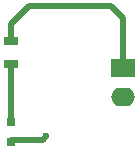
<source format=gtl>
G04*
G04 #@! TF.GenerationSoftware,Altium Limited,Altium Designer,21.5.1 (32)*
G04*
G04 Layer_Physical_Order=1*
G04 Layer_Color=255*
%FSLAX25Y25*%
%MOIN*%
G70*
G04*
G04 #@! TF.SameCoordinates,7F1FC79F-1769-4250-B25E-F515DFE62234*
G04*
G04*
G04 #@! TF.FilePolarity,Positive*
G04*
G01*
G75*
%ADD13R,0.03150X0.03150*%
%ADD14R,0.05118X0.02756*%
%ADD19C,0.01968*%
%ADD20O,0.07874X0.06299*%
%ADD21R,0.07874X0.06299*%
%ADD22C,0.02362*%
D13*
X19685Y21654D02*
D03*
Y28150D02*
D03*
D14*
Y55118D02*
D03*
Y47638D02*
D03*
D19*
Y28839D02*
Y47638D01*
X30217Y22343D02*
X31496Y23622D01*
X19685Y22343D02*
X30217D01*
X19685Y61024D02*
X21654Y62992D01*
X19685Y55118D02*
Y61024D01*
X21654Y62992D02*
X25591Y66929D01*
X21654Y62992D02*
X21654D01*
X25591Y66929D02*
X53150D01*
X57087Y62992D01*
Y46089D02*
Y62992D01*
D20*
Y36589D02*
D03*
D21*
Y46089D02*
D03*
D22*
X31496Y23622D02*
D03*
M02*

</source>
